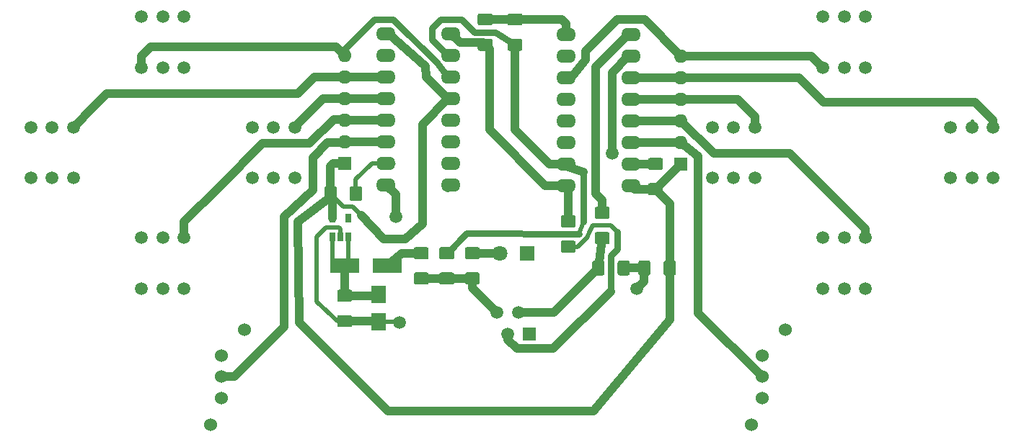
<source format=gbr>
G04 #@! TF.GenerationSoftware,KiCad,Pcbnew,5.1.5-52549c5~84~ubuntu19.10.1*
G04 #@! TF.CreationDate,2020-01-22T18:32:37-06:00*
G04 #@! TF.ProjectId,JudgeBoard,4a756467-6542-46f6-9172-642e6b696361,rev?*
G04 #@! TF.SameCoordinates,PXc9538d0PY6d58ad0*
G04 #@! TF.FileFunction,Copper,L1,Top*
G04 #@! TF.FilePolarity,Positive*
%FSLAX46Y46*%
G04 Gerber Fmt 4.6, Leading zero omitted, Abs format (unit mm)*
G04 Created by KiCad (PCBNEW 5.1.5-52549c5~84~ubuntu19.10.1) date 2020-01-22 18:32:37*
%MOMM*%
%LPD*%
G04 APERTURE LIST*
%ADD10R,1.520000X1.520000*%
%ADD11C,1.520000*%
%ADD12C,0.100000*%
%ADD13R,1.800000X2.000000*%
%ADD14C,1.524000*%
%ADD15R,1.800000X1.800000*%
%ADD16C,1.800000*%
%ADD17R,0.650000X1.060000*%
%ADD18O,1.600000X1.600000*%
%ADD19R,1.600000X1.600000*%
%ADD20O,2.300000X1.600000*%
%ADD21C,1.500000*%
%ADD22R,3.500000X1.800000*%
%ADD23C,0.250000*%
%ADD24C,0.500000*%
%ADD25C,1.000000*%
%ADD26C,0.750000*%
%ADD27C,0.400000*%
G04 APERTURE END LIST*
D10*
X-57270000Y13460000D03*
D11*
X-58570000Y16000000D03*
X-59840000Y13460000D03*
X-61080000Y16000000D03*
G04 #@! TA.AperFunction,SMDPad,CuDef*
D12*
G36*
X-48100496Y25473796D02*
G01*
X-48076227Y25470196D01*
X-48052429Y25464235D01*
X-48029329Y25455970D01*
X-48007151Y25445480D01*
X-47986107Y25432867D01*
X-47966402Y25418253D01*
X-47948223Y25401777D01*
X-47931747Y25383598D01*
X-47917133Y25363893D01*
X-47904520Y25342849D01*
X-47894030Y25320671D01*
X-47885765Y25297571D01*
X-47879804Y25273773D01*
X-47876204Y25249504D01*
X-47875000Y25225000D01*
X-47875000Y24300000D01*
X-47876204Y24275496D01*
X-47879804Y24251227D01*
X-47885765Y24227429D01*
X-47894030Y24204329D01*
X-47904520Y24182151D01*
X-47917133Y24161107D01*
X-47931747Y24141402D01*
X-47948223Y24123223D01*
X-47966402Y24106747D01*
X-47986107Y24092133D01*
X-48007151Y24079520D01*
X-48029329Y24069030D01*
X-48052429Y24060765D01*
X-48076227Y24054804D01*
X-48100496Y24051204D01*
X-48125000Y24050000D01*
X-49375000Y24050000D01*
X-49399504Y24051204D01*
X-49423773Y24054804D01*
X-49447571Y24060765D01*
X-49470671Y24069030D01*
X-49492849Y24079520D01*
X-49513893Y24092133D01*
X-49533598Y24106747D01*
X-49551777Y24123223D01*
X-49568253Y24141402D01*
X-49582867Y24161107D01*
X-49595480Y24182151D01*
X-49605970Y24204329D01*
X-49614235Y24227429D01*
X-49620196Y24251227D01*
X-49623796Y24275496D01*
X-49625000Y24300000D01*
X-49625000Y25225000D01*
X-49623796Y25249504D01*
X-49620196Y25273773D01*
X-49614235Y25297571D01*
X-49605970Y25320671D01*
X-49595480Y25342849D01*
X-49582867Y25363893D01*
X-49568253Y25383598D01*
X-49551777Y25401777D01*
X-49533598Y25418253D01*
X-49513893Y25432867D01*
X-49492849Y25445480D01*
X-49470671Y25455970D01*
X-49447571Y25464235D01*
X-49423773Y25470196D01*
X-49399504Y25473796D01*
X-49375000Y25475000D01*
X-48125000Y25475000D01*
X-48100496Y25473796D01*
G37*
G04 #@! TD.AperFunction*
G04 #@! TA.AperFunction,SMDPad,CuDef*
G36*
X-48100496Y28448796D02*
G01*
X-48076227Y28445196D01*
X-48052429Y28439235D01*
X-48029329Y28430970D01*
X-48007151Y28420480D01*
X-47986107Y28407867D01*
X-47966402Y28393253D01*
X-47948223Y28376777D01*
X-47931747Y28358598D01*
X-47917133Y28338893D01*
X-47904520Y28317849D01*
X-47894030Y28295671D01*
X-47885765Y28272571D01*
X-47879804Y28248773D01*
X-47876204Y28224504D01*
X-47875000Y28200000D01*
X-47875000Y27275000D01*
X-47876204Y27250496D01*
X-47879804Y27226227D01*
X-47885765Y27202429D01*
X-47894030Y27179329D01*
X-47904520Y27157151D01*
X-47917133Y27136107D01*
X-47931747Y27116402D01*
X-47948223Y27098223D01*
X-47966402Y27081747D01*
X-47986107Y27067133D01*
X-48007151Y27054520D01*
X-48029329Y27044030D01*
X-48052429Y27035765D01*
X-48076227Y27029804D01*
X-48100496Y27026204D01*
X-48125000Y27025000D01*
X-49375000Y27025000D01*
X-49399504Y27026204D01*
X-49423773Y27029804D01*
X-49447571Y27035765D01*
X-49470671Y27044030D01*
X-49492849Y27054520D01*
X-49513893Y27067133D01*
X-49533598Y27081747D01*
X-49551777Y27098223D01*
X-49568253Y27116402D01*
X-49582867Y27136107D01*
X-49595480Y27157151D01*
X-49605970Y27179329D01*
X-49614235Y27202429D01*
X-49620196Y27226227D01*
X-49623796Y27250496D01*
X-49625000Y27275000D01*
X-49625000Y28200000D01*
X-49623796Y28224504D01*
X-49620196Y28248773D01*
X-49614235Y28272571D01*
X-49605970Y28295671D01*
X-49595480Y28317849D01*
X-49582867Y28338893D01*
X-49568253Y28358598D01*
X-49551777Y28376777D01*
X-49533598Y28393253D01*
X-49513893Y28407867D01*
X-49492849Y28420480D01*
X-49470671Y28430970D01*
X-49447571Y28439235D01*
X-49423773Y28445196D01*
X-49399504Y28448796D01*
X-49375000Y28450000D01*
X-48125000Y28450000D01*
X-48100496Y28448796D01*
G37*
G04 #@! TD.AperFunction*
D13*
X-75000000Y18100000D03*
X-75000000Y14900000D03*
D14*
X-90754000Y13986000D03*
X-93504000Y10986000D03*
X-93504000Y8486000D03*
X-93504000Y5986000D03*
X-94704000Y2786000D03*
G04 #@! TA.AperFunction,SMDPad,CuDef*
D12*
G36*
X-58350496Y51198796D02*
G01*
X-58326227Y51195196D01*
X-58302429Y51189235D01*
X-58279329Y51180970D01*
X-58257151Y51170480D01*
X-58236107Y51157867D01*
X-58216402Y51143253D01*
X-58198223Y51126777D01*
X-58181747Y51108598D01*
X-58167133Y51088893D01*
X-58154520Y51067849D01*
X-58144030Y51045671D01*
X-58135765Y51022571D01*
X-58129804Y50998773D01*
X-58126204Y50974504D01*
X-58125000Y50950000D01*
X-58125000Y50025000D01*
X-58126204Y50000496D01*
X-58129804Y49976227D01*
X-58135765Y49952429D01*
X-58144030Y49929329D01*
X-58154520Y49907151D01*
X-58167133Y49886107D01*
X-58181747Y49866402D01*
X-58198223Y49848223D01*
X-58216402Y49831747D01*
X-58236107Y49817133D01*
X-58257151Y49804520D01*
X-58279329Y49794030D01*
X-58302429Y49785765D01*
X-58326227Y49779804D01*
X-58350496Y49776204D01*
X-58375000Y49775000D01*
X-59625000Y49775000D01*
X-59649504Y49776204D01*
X-59673773Y49779804D01*
X-59697571Y49785765D01*
X-59720671Y49794030D01*
X-59742849Y49804520D01*
X-59763893Y49817133D01*
X-59783598Y49831747D01*
X-59801777Y49848223D01*
X-59818253Y49866402D01*
X-59832867Y49886107D01*
X-59845480Y49907151D01*
X-59855970Y49929329D01*
X-59864235Y49952429D01*
X-59870196Y49976227D01*
X-59873796Y50000496D01*
X-59875000Y50025000D01*
X-59875000Y50950000D01*
X-59873796Y50974504D01*
X-59870196Y50998773D01*
X-59864235Y51022571D01*
X-59855970Y51045671D01*
X-59845480Y51067849D01*
X-59832867Y51088893D01*
X-59818253Y51108598D01*
X-59801777Y51126777D01*
X-59783598Y51143253D01*
X-59763893Y51157867D01*
X-59742849Y51170480D01*
X-59720671Y51180970D01*
X-59697571Y51189235D01*
X-59673773Y51195196D01*
X-59649504Y51198796D01*
X-59625000Y51200000D01*
X-58375000Y51200000D01*
X-58350496Y51198796D01*
G37*
G04 #@! TD.AperFunction*
G04 #@! TA.AperFunction,SMDPad,CuDef*
G36*
X-58350496Y48223796D02*
G01*
X-58326227Y48220196D01*
X-58302429Y48214235D01*
X-58279329Y48205970D01*
X-58257151Y48195480D01*
X-58236107Y48182867D01*
X-58216402Y48168253D01*
X-58198223Y48151777D01*
X-58181747Y48133598D01*
X-58167133Y48113893D01*
X-58154520Y48092849D01*
X-58144030Y48070671D01*
X-58135765Y48047571D01*
X-58129804Y48023773D01*
X-58126204Y47999504D01*
X-58125000Y47975000D01*
X-58125000Y47050000D01*
X-58126204Y47025496D01*
X-58129804Y47001227D01*
X-58135765Y46977429D01*
X-58144030Y46954329D01*
X-58154520Y46932151D01*
X-58167133Y46911107D01*
X-58181747Y46891402D01*
X-58198223Y46873223D01*
X-58216402Y46856747D01*
X-58236107Y46842133D01*
X-58257151Y46829520D01*
X-58279329Y46819030D01*
X-58302429Y46810765D01*
X-58326227Y46804804D01*
X-58350496Y46801204D01*
X-58375000Y46800000D01*
X-59625000Y46800000D01*
X-59649504Y46801204D01*
X-59673773Y46804804D01*
X-59697571Y46810765D01*
X-59720671Y46819030D01*
X-59742849Y46829520D01*
X-59763893Y46842133D01*
X-59783598Y46856747D01*
X-59801777Y46873223D01*
X-59818253Y46891402D01*
X-59832867Y46911107D01*
X-59845480Y46932151D01*
X-59855970Y46954329D01*
X-59864235Y46977429D01*
X-59870196Y47001227D01*
X-59873796Y47025496D01*
X-59875000Y47050000D01*
X-59875000Y47975000D01*
X-59873796Y47999504D01*
X-59870196Y48023773D01*
X-59864235Y48047571D01*
X-59855970Y48070671D01*
X-59845480Y48092849D01*
X-59832867Y48113893D01*
X-59818253Y48133598D01*
X-59801777Y48151777D01*
X-59783598Y48168253D01*
X-59763893Y48182867D01*
X-59742849Y48195480D01*
X-59720671Y48205970D01*
X-59697571Y48214235D01*
X-59673773Y48220196D01*
X-59649504Y48223796D01*
X-59625000Y48225000D01*
X-58375000Y48225000D01*
X-58350496Y48223796D01*
G37*
G04 #@! TD.AperFunction*
G04 #@! TA.AperFunction,SMDPad,CuDef*
G36*
X-61850496Y48223796D02*
G01*
X-61826227Y48220196D01*
X-61802429Y48214235D01*
X-61779329Y48205970D01*
X-61757151Y48195480D01*
X-61736107Y48182867D01*
X-61716402Y48168253D01*
X-61698223Y48151777D01*
X-61681747Y48133598D01*
X-61667133Y48113893D01*
X-61654520Y48092849D01*
X-61644030Y48070671D01*
X-61635765Y48047571D01*
X-61629804Y48023773D01*
X-61626204Y47999504D01*
X-61625000Y47975000D01*
X-61625000Y47050000D01*
X-61626204Y47025496D01*
X-61629804Y47001227D01*
X-61635765Y46977429D01*
X-61644030Y46954329D01*
X-61654520Y46932151D01*
X-61667133Y46911107D01*
X-61681747Y46891402D01*
X-61698223Y46873223D01*
X-61716402Y46856747D01*
X-61736107Y46842133D01*
X-61757151Y46829520D01*
X-61779329Y46819030D01*
X-61802429Y46810765D01*
X-61826227Y46804804D01*
X-61850496Y46801204D01*
X-61875000Y46800000D01*
X-63125000Y46800000D01*
X-63149504Y46801204D01*
X-63173773Y46804804D01*
X-63197571Y46810765D01*
X-63220671Y46819030D01*
X-63242849Y46829520D01*
X-63263893Y46842133D01*
X-63283598Y46856747D01*
X-63301777Y46873223D01*
X-63318253Y46891402D01*
X-63332867Y46911107D01*
X-63345480Y46932151D01*
X-63355970Y46954329D01*
X-63364235Y46977429D01*
X-63370196Y47001227D01*
X-63373796Y47025496D01*
X-63375000Y47050000D01*
X-63375000Y47975000D01*
X-63373796Y47999504D01*
X-63370196Y48023773D01*
X-63364235Y48047571D01*
X-63355970Y48070671D01*
X-63345480Y48092849D01*
X-63332867Y48113893D01*
X-63318253Y48133598D01*
X-63301777Y48151777D01*
X-63283598Y48168253D01*
X-63263893Y48182867D01*
X-63242849Y48195480D01*
X-63220671Y48205970D01*
X-63197571Y48214235D01*
X-63173773Y48220196D01*
X-63149504Y48223796D01*
X-63125000Y48225000D01*
X-61875000Y48225000D01*
X-61850496Y48223796D01*
G37*
G04 #@! TD.AperFunction*
G04 #@! TA.AperFunction,SMDPad,CuDef*
G36*
X-61850496Y51198796D02*
G01*
X-61826227Y51195196D01*
X-61802429Y51189235D01*
X-61779329Y51180970D01*
X-61757151Y51170480D01*
X-61736107Y51157867D01*
X-61716402Y51143253D01*
X-61698223Y51126777D01*
X-61681747Y51108598D01*
X-61667133Y51088893D01*
X-61654520Y51067849D01*
X-61644030Y51045671D01*
X-61635765Y51022571D01*
X-61629804Y50998773D01*
X-61626204Y50974504D01*
X-61625000Y50950000D01*
X-61625000Y50025000D01*
X-61626204Y50000496D01*
X-61629804Y49976227D01*
X-61635765Y49952429D01*
X-61644030Y49929329D01*
X-61654520Y49907151D01*
X-61667133Y49886107D01*
X-61681747Y49866402D01*
X-61698223Y49848223D01*
X-61716402Y49831747D01*
X-61736107Y49817133D01*
X-61757151Y49804520D01*
X-61779329Y49794030D01*
X-61802429Y49785765D01*
X-61826227Y49779804D01*
X-61850496Y49776204D01*
X-61875000Y49775000D01*
X-63125000Y49775000D01*
X-63149504Y49776204D01*
X-63173773Y49779804D01*
X-63197571Y49785765D01*
X-63220671Y49794030D01*
X-63242849Y49804520D01*
X-63263893Y49817133D01*
X-63283598Y49831747D01*
X-63301777Y49848223D01*
X-63318253Y49866402D01*
X-63332867Y49886107D01*
X-63345480Y49907151D01*
X-63355970Y49929329D01*
X-63364235Y49952429D01*
X-63370196Y49976227D01*
X-63373796Y50000496D01*
X-63375000Y50025000D01*
X-63375000Y50950000D01*
X-63373796Y50974504D01*
X-63370196Y50998773D01*
X-63364235Y51022571D01*
X-63355970Y51045671D01*
X-63345480Y51067849D01*
X-63332867Y51088893D01*
X-63318253Y51108598D01*
X-63301777Y51126777D01*
X-63283598Y51143253D01*
X-63263893Y51157867D01*
X-63242849Y51170480D01*
X-63220671Y51180970D01*
X-63197571Y51189235D01*
X-63173773Y51195196D01*
X-63149504Y51198796D01*
X-63125000Y51200000D01*
X-61875000Y51200000D01*
X-61850496Y51198796D01*
G37*
G04 #@! TD.AperFunction*
D15*
X-57550000Y23000000D03*
D16*
X-60790000Y23000000D03*
G04 #@! TA.AperFunction,SMDPad,CuDef*
D12*
G36*
X-45741796Y22123796D02*
G01*
X-45717527Y22120196D01*
X-45693729Y22114235D01*
X-45670629Y22105970D01*
X-45648451Y22095480D01*
X-45627407Y22082867D01*
X-45607702Y22068253D01*
X-45589523Y22051777D01*
X-45573047Y22033598D01*
X-45558433Y22013893D01*
X-45545820Y21992849D01*
X-45535330Y21970671D01*
X-45527065Y21947571D01*
X-45521104Y21923773D01*
X-45517504Y21899504D01*
X-45516300Y21875000D01*
X-45516300Y20625000D01*
X-45517504Y20600496D01*
X-45521104Y20576227D01*
X-45527065Y20552429D01*
X-45535330Y20529329D01*
X-45545820Y20507151D01*
X-45558433Y20486107D01*
X-45573047Y20466402D01*
X-45589523Y20448223D01*
X-45607702Y20431747D01*
X-45627407Y20417133D01*
X-45648451Y20404520D01*
X-45670629Y20394030D01*
X-45693729Y20385765D01*
X-45717527Y20379804D01*
X-45741796Y20376204D01*
X-45766300Y20375000D01*
X-46691300Y20375000D01*
X-46715804Y20376204D01*
X-46740073Y20379804D01*
X-46763871Y20385765D01*
X-46786971Y20394030D01*
X-46809149Y20404520D01*
X-46830193Y20417133D01*
X-46849898Y20431747D01*
X-46868077Y20448223D01*
X-46884553Y20466402D01*
X-46899167Y20486107D01*
X-46911780Y20507151D01*
X-46922270Y20529329D01*
X-46930535Y20552429D01*
X-46936496Y20576227D01*
X-46940096Y20600496D01*
X-46941300Y20625000D01*
X-46941300Y21875000D01*
X-46940096Y21899504D01*
X-46936496Y21923773D01*
X-46930535Y21947571D01*
X-46922270Y21970671D01*
X-46911780Y21992849D01*
X-46899167Y22013893D01*
X-46884553Y22033598D01*
X-46868077Y22051777D01*
X-46849898Y22068253D01*
X-46830193Y22082867D01*
X-46809149Y22095480D01*
X-46786971Y22105970D01*
X-46763871Y22114235D01*
X-46740073Y22120196D01*
X-46715804Y22123796D01*
X-46691300Y22125000D01*
X-45766300Y22125000D01*
X-45741796Y22123796D01*
G37*
G04 #@! TD.AperFunction*
G04 #@! TA.AperFunction,SMDPad,CuDef*
G36*
X-48716796Y22123796D02*
G01*
X-48692527Y22120196D01*
X-48668729Y22114235D01*
X-48645629Y22105970D01*
X-48623451Y22095480D01*
X-48602407Y22082867D01*
X-48582702Y22068253D01*
X-48564523Y22051777D01*
X-48548047Y22033598D01*
X-48533433Y22013893D01*
X-48520820Y21992849D01*
X-48510330Y21970671D01*
X-48502065Y21947571D01*
X-48496104Y21923773D01*
X-48492504Y21899504D01*
X-48491300Y21875000D01*
X-48491300Y20625000D01*
X-48492504Y20600496D01*
X-48496104Y20576227D01*
X-48502065Y20552429D01*
X-48510330Y20529329D01*
X-48520820Y20507151D01*
X-48533433Y20486107D01*
X-48548047Y20466402D01*
X-48564523Y20448223D01*
X-48582702Y20431747D01*
X-48602407Y20417133D01*
X-48623451Y20404520D01*
X-48645629Y20394030D01*
X-48668729Y20385765D01*
X-48692527Y20379804D01*
X-48716796Y20376204D01*
X-48741300Y20375000D01*
X-49666300Y20375000D01*
X-49690804Y20376204D01*
X-49715073Y20379804D01*
X-49738871Y20385765D01*
X-49761971Y20394030D01*
X-49784149Y20404520D01*
X-49805193Y20417133D01*
X-49824898Y20431747D01*
X-49843077Y20448223D01*
X-49859553Y20466402D01*
X-49874167Y20486107D01*
X-49886780Y20507151D01*
X-49897270Y20529329D01*
X-49905535Y20552429D01*
X-49911496Y20576227D01*
X-49915096Y20600496D01*
X-49916300Y20625000D01*
X-49916300Y21875000D01*
X-49915096Y21899504D01*
X-49911496Y21923773D01*
X-49905535Y21947571D01*
X-49897270Y21970671D01*
X-49886780Y21992849D01*
X-49874167Y22013893D01*
X-49859553Y22033598D01*
X-49843077Y22051777D01*
X-49824898Y22068253D01*
X-49805193Y22082867D01*
X-49784149Y22095480D01*
X-49761971Y22105970D01*
X-49738871Y22114235D01*
X-49715073Y22120196D01*
X-49690804Y22123796D01*
X-49666300Y22125000D01*
X-48741300Y22125000D01*
X-48716796Y22123796D01*
G37*
G04 #@! TD.AperFunction*
G04 #@! TA.AperFunction,SMDPad,CuDef*
G36*
X-78350496Y18698796D02*
G01*
X-78326227Y18695196D01*
X-78302429Y18689235D01*
X-78279329Y18680970D01*
X-78257151Y18670480D01*
X-78236107Y18657867D01*
X-78216402Y18643253D01*
X-78198223Y18626777D01*
X-78181747Y18608598D01*
X-78167133Y18588893D01*
X-78154520Y18567849D01*
X-78144030Y18545671D01*
X-78135765Y18522571D01*
X-78129804Y18498773D01*
X-78126204Y18474504D01*
X-78125000Y18450000D01*
X-78125000Y17525000D01*
X-78126204Y17500496D01*
X-78129804Y17476227D01*
X-78135765Y17452429D01*
X-78144030Y17429329D01*
X-78154520Y17407151D01*
X-78167133Y17386107D01*
X-78181747Y17366402D01*
X-78198223Y17348223D01*
X-78216402Y17331747D01*
X-78236107Y17317133D01*
X-78257151Y17304520D01*
X-78279329Y17294030D01*
X-78302429Y17285765D01*
X-78326227Y17279804D01*
X-78350496Y17276204D01*
X-78375000Y17275000D01*
X-79625000Y17275000D01*
X-79649504Y17276204D01*
X-79673773Y17279804D01*
X-79697571Y17285765D01*
X-79720671Y17294030D01*
X-79742849Y17304520D01*
X-79763893Y17317133D01*
X-79783598Y17331747D01*
X-79801777Y17348223D01*
X-79818253Y17366402D01*
X-79832867Y17386107D01*
X-79845480Y17407151D01*
X-79855970Y17429329D01*
X-79864235Y17452429D01*
X-79870196Y17476227D01*
X-79873796Y17500496D01*
X-79875000Y17525000D01*
X-79875000Y18450000D01*
X-79873796Y18474504D01*
X-79870196Y18498773D01*
X-79864235Y18522571D01*
X-79855970Y18545671D01*
X-79845480Y18567849D01*
X-79832867Y18588893D01*
X-79818253Y18608598D01*
X-79801777Y18626777D01*
X-79783598Y18643253D01*
X-79763893Y18657867D01*
X-79742849Y18670480D01*
X-79720671Y18680970D01*
X-79697571Y18689235D01*
X-79673773Y18695196D01*
X-79649504Y18698796D01*
X-79625000Y18700000D01*
X-78375000Y18700000D01*
X-78350496Y18698796D01*
G37*
G04 #@! TD.AperFunction*
G04 #@! TA.AperFunction,SMDPad,CuDef*
G36*
X-78350496Y15723796D02*
G01*
X-78326227Y15720196D01*
X-78302429Y15714235D01*
X-78279329Y15705970D01*
X-78257151Y15695480D01*
X-78236107Y15682867D01*
X-78216402Y15668253D01*
X-78198223Y15651777D01*
X-78181747Y15633598D01*
X-78167133Y15613893D01*
X-78154520Y15592849D01*
X-78144030Y15570671D01*
X-78135765Y15547571D01*
X-78129804Y15523773D01*
X-78126204Y15499504D01*
X-78125000Y15475000D01*
X-78125000Y14550000D01*
X-78126204Y14525496D01*
X-78129804Y14501227D01*
X-78135765Y14477429D01*
X-78144030Y14454329D01*
X-78154520Y14432151D01*
X-78167133Y14411107D01*
X-78181747Y14391402D01*
X-78198223Y14373223D01*
X-78216402Y14356747D01*
X-78236107Y14342133D01*
X-78257151Y14329520D01*
X-78279329Y14319030D01*
X-78302429Y14310765D01*
X-78326227Y14304804D01*
X-78350496Y14301204D01*
X-78375000Y14300000D01*
X-79625000Y14300000D01*
X-79649504Y14301204D01*
X-79673773Y14304804D01*
X-79697571Y14310765D01*
X-79720671Y14319030D01*
X-79742849Y14329520D01*
X-79763893Y14342133D01*
X-79783598Y14356747D01*
X-79801777Y14373223D01*
X-79818253Y14391402D01*
X-79832867Y14411107D01*
X-79845480Y14432151D01*
X-79855970Y14454329D01*
X-79864235Y14477429D01*
X-79870196Y14501227D01*
X-79873796Y14525496D01*
X-79875000Y14550000D01*
X-79875000Y15475000D01*
X-79873796Y15499504D01*
X-79870196Y15523773D01*
X-79864235Y15547571D01*
X-79855970Y15570671D01*
X-79845480Y15592849D01*
X-79832867Y15613893D01*
X-79818253Y15633598D01*
X-79801777Y15651777D01*
X-79783598Y15668253D01*
X-79763893Y15682867D01*
X-79742849Y15695480D01*
X-79720671Y15705970D01*
X-79697571Y15714235D01*
X-79673773Y15720196D01*
X-79649504Y15723796D01*
X-79625000Y15725000D01*
X-78375000Y15725000D01*
X-78350496Y15723796D01*
G37*
G04 #@! TD.AperFunction*
G04 #@! TA.AperFunction,SMDPad,CuDef*
G36*
X-41850496Y31223796D02*
G01*
X-41826227Y31220196D01*
X-41802429Y31214235D01*
X-41779329Y31205970D01*
X-41757151Y31195480D01*
X-41736107Y31182867D01*
X-41716402Y31168253D01*
X-41698223Y31151777D01*
X-41681747Y31133598D01*
X-41667133Y31113893D01*
X-41654520Y31092849D01*
X-41644030Y31070671D01*
X-41635765Y31047571D01*
X-41629804Y31023773D01*
X-41626204Y30999504D01*
X-41625000Y30975000D01*
X-41625000Y30050000D01*
X-41626204Y30025496D01*
X-41629804Y30001227D01*
X-41635765Y29977429D01*
X-41644030Y29954329D01*
X-41654520Y29932151D01*
X-41667133Y29911107D01*
X-41681747Y29891402D01*
X-41698223Y29873223D01*
X-41716402Y29856747D01*
X-41736107Y29842133D01*
X-41757151Y29829520D01*
X-41779329Y29819030D01*
X-41802429Y29810765D01*
X-41826227Y29804804D01*
X-41850496Y29801204D01*
X-41875000Y29800000D01*
X-43125000Y29800000D01*
X-43149504Y29801204D01*
X-43173773Y29804804D01*
X-43197571Y29810765D01*
X-43220671Y29819030D01*
X-43242849Y29829520D01*
X-43263893Y29842133D01*
X-43283598Y29856747D01*
X-43301777Y29873223D01*
X-43318253Y29891402D01*
X-43332867Y29911107D01*
X-43345480Y29932151D01*
X-43355970Y29954329D01*
X-43364235Y29977429D01*
X-43370196Y30001227D01*
X-43373796Y30025496D01*
X-43375000Y30050000D01*
X-43375000Y30975000D01*
X-43373796Y30999504D01*
X-43370196Y31023773D01*
X-43364235Y31047571D01*
X-43355970Y31070671D01*
X-43345480Y31092849D01*
X-43332867Y31113893D01*
X-43318253Y31133598D01*
X-43301777Y31151777D01*
X-43283598Y31168253D01*
X-43263893Y31182867D01*
X-43242849Y31195480D01*
X-43220671Y31205970D01*
X-43197571Y31214235D01*
X-43173773Y31220196D01*
X-43149504Y31223796D01*
X-43125000Y31225000D01*
X-41875000Y31225000D01*
X-41850496Y31223796D01*
G37*
G04 #@! TD.AperFunction*
G04 #@! TA.AperFunction,SMDPad,CuDef*
G36*
X-41850496Y34198796D02*
G01*
X-41826227Y34195196D01*
X-41802429Y34189235D01*
X-41779329Y34180970D01*
X-41757151Y34170480D01*
X-41736107Y34157867D01*
X-41716402Y34143253D01*
X-41698223Y34126777D01*
X-41681747Y34108598D01*
X-41667133Y34088893D01*
X-41654520Y34067849D01*
X-41644030Y34045671D01*
X-41635765Y34022571D01*
X-41629804Y33998773D01*
X-41626204Y33974504D01*
X-41625000Y33950000D01*
X-41625000Y33025000D01*
X-41626204Y33000496D01*
X-41629804Y32976227D01*
X-41635765Y32952429D01*
X-41644030Y32929329D01*
X-41654520Y32907151D01*
X-41667133Y32886107D01*
X-41681747Y32866402D01*
X-41698223Y32848223D01*
X-41716402Y32831747D01*
X-41736107Y32817133D01*
X-41757151Y32804520D01*
X-41779329Y32794030D01*
X-41802429Y32785765D01*
X-41826227Y32779804D01*
X-41850496Y32776204D01*
X-41875000Y32775000D01*
X-43125000Y32775000D01*
X-43149504Y32776204D01*
X-43173773Y32779804D01*
X-43197571Y32785765D01*
X-43220671Y32794030D01*
X-43242849Y32804520D01*
X-43263893Y32817133D01*
X-43283598Y32831747D01*
X-43301777Y32848223D01*
X-43318253Y32866402D01*
X-43332867Y32886107D01*
X-43345480Y32907151D01*
X-43355970Y32929329D01*
X-43364235Y32952429D01*
X-43370196Y32976227D01*
X-43373796Y33000496D01*
X-43375000Y33025000D01*
X-43375000Y33950000D01*
X-43373796Y33974504D01*
X-43370196Y33998773D01*
X-43364235Y34022571D01*
X-43355970Y34045671D01*
X-43345480Y34067849D01*
X-43332867Y34088893D01*
X-43318253Y34108598D01*
X-43301777Y34126777D01*
X-43283598Y34143253D01*
X-43263893Y34157867D01*
X-43242849Y34170480D01*
X-43220671Y34180970D01*
X-43197571Y34189235D01*
X-43173773Y34195196D01*
X-43149504Y34198796D01*
X-43125000Y34200000D01*
X-41875000Y34200000D01*
X-41850496Y34198796D01*
G37*
G04 #@! TD.AperFunction*
G04 #@! TA.AperFunction,SMDPad,CuDef*
G36*
X-77189296Y30873796D02*
G01*
X-77165027Y30870196D01*
X-77141229Y30864235D01*
X-77118129Y30855970D01*
X-77095951Y30845480D01*
X-77074907Y30832867D01*
X-77055202Y30818253D01*
X-77037023Y30801777D01*
X-77020547Y30783598D01*
X-77005933Y30763893D01*
X-76993320Y30742849D01*
X-76982830Y30720671D01*
X-76974565Y30697571D01*
X-76968604Y30673773D01*
X-76965004Y30649504D01*
X-76963800Y30625000D01*
X-76963800Y29375000D01*
X-76965004Y29350496D01*
X-76968604Y29326227D01*
X-76974565Y29302429D01*
X-76982830Y29279329D01*
X-76993320Y29257151D01*
X-77005933Y29236107D01*
X-77020547Y29216402D01*
X-77037023Y29198223D01*
X-77055202Y29181747D01*
X-77074907Y29167133D01*
X-77095951Y29154520D01*
X-77118129Y29144030D01*
X-77141229Y29135765D01*
X-77165027Y29129804D01*
X-77189296Y29126204D01*
X-77213800Y29125000D01*
X-78138800Y29125000D01*
X-78163304Y29126204D01*
X-78187573Y29129804D01*
X-78211371Y29135765D01*
X-78234471Y29144030D01*
X-78256649Y29154520D01*
X-78277693Y29167133D01*
X-78297398Y29181747D01*
X-78315577Y29198223D01*
X-78332053Y29216402D01*
X-78346667Y29236107D01*
X-78359280Y29257151D01*
X-78369770Y29279329D01*
X-78378035Y29302429D01*
X-78383996Y29326227D01*
X-78387596Y29350496D01*
X-78388800Y29375000D01*
X-78388800Y30625000D01*
X-78387596Y30649504D01*
X-78383996Y30673773D01*
X-78378035Y30697571D01*
X-78369770Y30720671D01*
X-78359280Y30742849D01*
X-78346667Y30763893D01*
X-78332053Y30783598D01*
X-78315577Y30801777D01*
X-78297398Y30818253D01*
X-78277693Y30832867D01*
X-78256649Y30845480D01*
X-78234471Y30855970D01*
X-78211371Y30864235D01*
X-78187573Y30870196D01*
X-78163304Y30873796D01*
X-78138800Y30875000D01*
X-77213800Y30875000D01*
X-77189296Y30873796D01*
G37*
G04 #@! TD.AperFunction*
G04 #@! TA.AperFunction,SMDPad,CuDef*
G36*
X-80164296Y30873796D02*
G01*
X-80140027Y30870196D01*
X-80116229Y30864235D01*
X-80093129Y30855970D01*
X-80070951Y30845480D01*
X-80049907Y30832867D01*
X-80030202Y30818253D01*
X-80012023Y30801777D01*
X-79995547Y30783598D01*
X-79980933Y30763893D01*
X-79968320Y30742849D01*
X-79957830Y30720671D01*
X-79949565Y30697571D01*
X-79943604Y30673773D01*
X-79940004Y30649504D01*
X-79938800Y30625000D01*
X-79938800Y29375000D01*
X-79940004Y29350496D01*
X-79943604Y29326227D01*
X-79949565Y29302429D01*
X-79957830Y29279329D01*
X-79968320Y29257151D01*
X-79980933Y29236107D01*
X-79995547Y29216402D01*
X-80012023Y29198223D01*
X-80030202Y29181747D01*
X-80049907Y29167133D01*
X-80070951Y29154520D01*
X-80093129Y29144030D01*
X-80116229Y29135765D01*
X-80140027Y29129804D01*
X-80164296Y29126204D01*
X-80188800Y29125000D01*
X-81113800Y29125000D01*
X-81138304Y29126204D01*
X-81162573Y29129804D01*
X-81186371Y29135765D01*
X-81209471Y29144030D01*
X-81231649Y29154520D01*
X-81252693Y29167133D01*
X-81272398Y29181747D01*
X-81290577Y29198223D01*
X-81307053Y29216402D01*
X-81321667Y29236107D01*
X-81334280Y29257151D01*
X-81344770Y29279329D01*
X-81353035Y29302429D01*
X-81358996Y29326227D01*
X-81362596Y29350496D01*
X-81363800Y29375000D01*
X-81363800Y30625000D01*
X-81362596Y30649504D01*
X-81358996Y30673773D01*
X-81353035Y30697571D01*
X-81344770Y30720671D01*
X-81334280Y30742849D01*
X-81321667Y30763893D01*
X-81307053Y30783598D01*
X-81290577Y30801777D01*
X-81272398Y30818253D01*
X-81252693Y30832867D01*
X-81231649Y30845480D01*
X-81209471Y30855970D01*
X-81186371Y30864235D01*
X-81162573Y30870196D01*
X-81138304Y30873796D01*
X-81113800Y30875000D01*
X-80188800Y30875000D01*
X-80164296Y30873796D01*
G37*
G04 #@! TD.AperFunction*
G04 #@! TA.AperFunction,SMDPad,CuDef*
G36*
X-40344296Y22123796D02*
G01*
X-40320027Y22120196D01*
X-40296229Y22114235D01*
X-40273129Y22105970D01*
X-40250951Y22095480D01*
X-40229907Y22082867D01*
X-40210202Y22068253D01*
X-40192023Y22051777D01*
X-40175547Y22033598D01*
X-40160933Y22013893D01*
X-40148320Y21992849D01*
X-40137830Y21970671D01*
X-40129565Y21947571D01*
X-40123604Y21923773D01*
X-40120004Y21899504D01*
X-40118800Y21875000D01*
X-40118800Y20625000D01*
X-40120004Y20600496D01*
X-40123604Y20576227D01*
X-40129565Y20552429D01*
X-40137830Y20529329D01*
X-40148320Y20507151D01*
X-40160933Y20486107D01*
X-40175547Y20466402D01*
X-40192023Y20448223D01*
X-40210202Y20431747D01*
X-40229907Y20417133D01*
X-40250951Y20404520D01*
X-40273129Y20394030D01*
X-40296229Y20385765D01*
X-40320027Y20379804D01*
X-40344296Y20376204D01*
X-40368800Y20375000D01*
X-41293800Y20375000D01*
X-41318304Y20376204D01*
X-41342573Y20379804D01*
X-41366371Y20385765D01*
X-41389471Y20394030D01*
X-41411649Y20404520D01*
X-41432693Y20417133D01*
X-41452398Y20431747D01*
X-41470577Y20448223D01*
X-41487053Y20466402D01*
X-41501667Y20486107D01*
X-41514280Y20507151D01*
X-41524770Y20529329D01*
X-41533035Y20552429D01*
X-41538996Y20576227D01*
X-41542596Y20600496D01*
X-41543800Y20625000D01*
X-41543800Y21875000D01*
X-41542596Y21899504D01*
X-41538996Y21923773D01*
X-41533035Y21947571D01*
X-41524770Y21970671D01*
X-41514280Y21992849D01*
X-41501667Y22013893D01*
X-41487053Y22033598D01*
X-41470577Y22051777D01*
X-41452398Y22068253D01*
X-41432693Y22082867D01*
X-41411649Y22095480D01*
X-41389471Y22105970D01*
X-41366371Y22114235D01*
X-41342573Y22120196D01*
X-41318304Y22123796D01*
X-41293800Y22125000D01*
X-40368800Y22125000D01*
X-40344296Y22123796D01*
G37*
G04 #@! TD.AperFunction*
G04 #@! TA.AperFunction,SMDPad,CuDef*
G36*
X-43319296Y22123796D02*
G01*
X-43295027Y22120196D01*
X-43271229Y22114235D01*
X-43248129Y22105970D01*
X-43225951Y22095480D01*
X-43204907Y22082867D01*
X-43185202Y22068253D01*
X-43167023Y22051777D01*
X-43150547Y22033598D01*
X-43135933Y22013893D01*
X-43123320Y21992849D01*
X-43112830Y21970671D01*
X-43104565Y21947571D01*
X-43098604Y21923773D01*
X-43095004Y21899504D01*
X-43093800Y21875000D01*
X-43093800Y20625000D01*
X-43095004Y20600496D01*
X-43098604Y20576227D01*
X-43104565Y20552429D01*
X-43112830Y20529329D01*
X-43123320Y20507151D01*
X-43135933Y20486107D01*
X-43150547Y20466402D01*
X-43167023Y20448223D01*
X-43185202Y20431747D01*
X-43204907Y20417133D01*
X-43225951Y20404520D01*
X-43248129Y20394030D01*
X-43271229Y20385765D01*
X-43295027Y20379804D01*
X-43319296Y20376204D01*
X-43343800Y20375000D01*
X-44268800Y20375000D01*
X-44293304Y20376204D01*
X-44317573Y20379804D01*
X-44341371Y20385765D01*
X-44364471Y20394030D01*
X-44386649Y20404520D01*
X-44407693Y20417133D01*
X-44427398Y20431747D01*
X-44445577Y20448223D01*
X-44462053Y20466402D01*
X-44476667Y20486107D01*
X-44489280Y20507151D01*
X-44499770Y20529329D01*
X-44508035Y20552429D01*
X-44513996Y20576227D01*
X-44517596Y20600496D01*
X-44518800Y20625000D01*
X-44518800Y21875000D01*
X-44517596Y21899504D01*
X-44513996Y21923773D01*
X-44508035Y21947571D01*
X-44499770Y21970671D01*
X-44489280Y21992849D01*
X-44476667Y22013893D01*
X-44462053Y22033598D01*
X-44445577Y22051777D01*
X-44427398Y22068253D01*
X-44407693Y22082867D01*
X-44386649Y22095480D01*
X-44364471Y22105970D01*
X-44341371Y22114235D01*
X-44317573Y22120196D01*
X-44293304Y22123796D01*
X-44268800Y22125000D01*
X-43343800Y22125000D01*
X-43319296Y22123796D01*
G37*
G04 #@! TD.AperFunction*
D17*
X-80450000Y24900000D03*
X-79500000Y24900000D03*
X-78550000Y24900000D03*
X-78550000Y27100000D03*
X-80450000Y27100000D03*
G04 #@! TA.AperFunction,SMDPad,CuDef*
D12*
G36*
X-66350496Y23698796D02*
G01*
X-66326227Y23695196D01*
X-66302429Y23689235D01*
X-66279329Y23680970D01*
X-66257151Y23670480D01*
X-66236107Y23657867D01*
X-66216402Y23643253D01*
X-66198223Y23626777D01*
X-66181747Y23608598D01*
X-66167133Y23588893D01*
X-66154520Y23567849D01*
X-66144030Y23545671D01*
X-66135765Y23522571D01*
X-66129804Y23498773D01*
X-66126204Y23474504D01*
X-66125000Y23450000D01*
X-66125000Y22525000D01*
X-66126204Y22500496D01*
X-66129804Y22476227D01*
X-66135765Y22452429D01*
X-66144030Y22429329D01*
X-66154520Y22407151D01*
X-66167133Y22386107D01*
X-66181747Y22366402D01*
X-66198223Y22348223D01*
X-66216402Y22331747D01*
X-66236107Y22317133D01*
X-66257151Y22304520D01*
X-66279329Y22294030D01*
X-66302429Y22285765D01*
X-66326227Y22279804D01*
X-66350496Y22276204D01*
X-66375000Y22275000D01*
X-67625000Y22275000D01*
X-67649504Y22276204D01*
X-67673773Y22279804D01*
X-67697571Y22285765D01*
X-67720671Y22294030D01*
X-67742849Y22304520D01*
X-67763893Y22317133D01*
X-67783598Y22331747D01*
X-67801777Y22348223D01*
X-67818253Y22366402D01*
X-67832867Y22386107D01*
X-67845480Y22407151D01*
X-67855970Y22429329D01*
X-67864235Y22452429D01*
X-67870196Y22476227D01*
X-67873796Y22500496D01*
X-67875000Y22525000D01*
X-67875000Y23450000D01*
X-67873796Y23474504D01*
X-67870196Y23498773D01*
X-67864235Y23522571D01*
X-67855970Y23545671D01*
X-67845480Y23567849D01*
X-67832867Y23588893D01*
X-67818253Y23608598D01*
X-67801777Y23626777D01*
X-67783598Y23643253D01*
X-67763893Y23657867D01*
X-67742849Y23670480D01*
X-67720671Y23680970D01*
X-67697571Y23689235D01*
X-67673773Y23695196D01*
X-67649504Y23698796D01*
X-67625000Y23700000D01*
X-66375000Y23700000D01*
X-66350496Y23698796D01*
G37*
G04 #@! TD.AperFunction*
G04 #@! TA.AperFunction,SMDPad,CuDef*
G36*
X-66350496Y20723796D02*
G01*
X-66326227Y20720196D01*
X-66302429Y20714235D01*
X-66279329Y20705970D01*
X-66257151Y20695480D01*
X-66236107Y20682867D01*
X-66216402Y20668253D01*
X-66198223Y20651777D01*
X-66181747Y20633598D01*
X-66167133Y20613893D01*
X-66154520Y20592849D01*
X-66144030Y20570671D01*
X-66135765Y20547571D01*
X-66129804Y20523773D01*
X-66126204Y20499504D01*
X-66125000Y20475000D01*
X-66125000Y19550000D01*
X-66126204Y19525496D01*
X-66129804Y19501227D01*
X-66135765Y19477429D01*
X-66144030Y19454329D01*
X-66154520Y19432151D01*
X-66167133Y19411107D01*
X-66181747Y19391402D01*
X-66198223Y19373223D01*
X-66216402Y19356747D01*
X-66236107Y19342133D01*
X-66257151Y19329520D01*
X-66279329Y19319030D01*
X-66302429Y19310765D01*
X-66326227Y19304804D01*
X-66350496Y19301204D01*
X-66375000Y19300000D01*
X-67625000Y19300000D01*
X-67649504Y19301204D01*
X-67673773Y19304804D01*
X-67697571Y19310765D01*
X-67720671Y19319030D01*
X-67742849Y19329520D01*
X-67763893Y19342133D01*
X-67783598Y19356747D01*
X-67801777Y19373223D01*
X-67818253Y19391402D01*
X-67832867Y19411107D01*
X-67845480Y19432151D01*
X-67855970Y19454329D01*
X-67864235Y19477429D01*
X-67870196Y19501227D01*
X-67873796Y19525496D01*
X-67875000Y19550000D01*
X-67875000Y20475000D01*
X-67873796Y20499504D01*
X-67870196Y20523773D01*
X-67864235Y20547571D01*
X-67855970Y20570671D01*
X-67845480Y20592849D01*
X-67832867Y20613893D01*
X-67818253Y20633598D01*
X-67801777Y20651777D01*
X-67783598Y20668253D01*
X-67763893Y20682867D01*
X-67742849Y20695480D01*
X-67720671Y20705970D01*
X-67697571Y20714235D01*
X-67673773Y20720196D01*
X-67649504Y20723796D01*
X-67625000Y20725000D01*
X-66375000Y20725000D01*
X-66350496Y20723796D01*
G37*
G04 #@! TD.AperFunction*
G04 #@! TA.AperFunction,SMDPad,CuDef*
G36*
X-69350496Y20723796D02*
G01*
X-69326227Y20720196D01*
X-69302429Y20714235D01*
X-69279329Y20705970D01*
X-69257151Y20695480D01*
X-69236107Y20682867D01*
X-69216402Y20668253D01*
X-69198223Y20651777D01*
X-69181747Y20633598D01*
X-69167133Y20613893D01*
X-69154520Y20592849D01*
X-69144030Y20570671D01*
X-69135765Y20547571D01*
X-69129804Y20523773D01*
X-69126204Y20499504D01*
X-69125000Y20475000D01*
X-69125000Y19550000D01*
X-69126204Y19525496D01*
X-69129804Y19501227D01*
X-69135765Y19477429D01*
X-69144030Y19454329D01*
X-69154520Y19432151D01*
X-69167133Y19411107D01*
X-69181747Y19391402D01*
X-69198223Y19373223D01*
X-69216402Y19356747D01*
X-69236107Y19342133D01*
X-69257151Y19329520D01*
X-69279329Y19319030D01*
X-69302429Y19310765D01*
X-69326227Y19304804D01*
X-69350496Y19301204D01*
X-69375000Y19300000D01*
X-70625000Y19300000D01*
X-70649504Y19301204D01*
X-70673773Y19304804D01*
X-70697571Y19310765D01*
X-70720671Y19319030D01*
X-70742849Y19329520D01*
X-70763893Y19342133D01*
X-70783598Y19356747D01*
X-70801777Y19373223D01*
X-70818253Y19391402D01*
X-70832867Y19411107D01*
X-70845480Y19432151D01*
X-70855970Y19454329D01*
X-70864235Y19477429D01*
X-70870196Y19501227D01*
X-70873796Y19525496D01*
X-70875000Y19550000D01*
X-70875000Y20475000D01*
X-70873796Y20499504D01*
X-70870196Y20523773D01*
X-70864235Y20547571D01*
X-70855970Y20570671D01*
X-70845480Y20592849D01*
X-70832867Y20613893D01*
X-70818253Y20633598D01*
X-70801777Y20651777D01*
X-70783598Y20668253D01*
X-70763893Y20682867D01*
X-70742849Y20695480D01*
X-70720671Y20705970D01*
X-70697571Y20714235D01*
X-70673773Y20720196D01*
X-70649504Y20723796D01*
X-70625000Y20725000D01*
X-69375000Y20725000D01*
X-69350496Y20723796D01*
G37*
G04 #@! TD.AperFunction*
G04 #@! TA.AperFunction,SMDPad,CuDef*
G36*
X-69350496Y23698796D02*
G01*
X-69326227Y23695196D01*
X-69302429Y23689235D01*
X-69279329Y23680970D01*
X-69257151Y23670480D01*
X-69236107Y23657867D01*
X-69216402Y23643253D01*
X-69198223Y23626777D01*
X-69181747Y23608598D01*
X-69167133Y23588893D01*
X-69154520Y23567849D01*
X-69144030Y23545671D01*
X-69135765Y23522571D01*
X-69129804Y23498773D01*
X-69126204Y23474504D01*
X-69125000Y23450000D01*
X-69125000Y22525000D01*
X-69126204Y22500496D01*
X-69129804Y22476227D01*
X-69135765Y22452429D01*
X-69144030Y22429329D01*
X-69154520Y22407151D01*
X-69167133Y22386107D01*
X-69181747Y22366402D01*
X-69198223Y22348223D01*
X-69216402Y22331747D01*
X-69236107Y22317133D01*
X-69257151Y22304520D01*
X-69279329Y22294030D01*
X-69302429Y22285765D01*
X-69326227Y22279804D01*
X-69350496Y22276204D01*
X-69375000Y22275000D01*
X-70625000Y22275000D01*
X-70649504Y22276204D01*
X-70673773Y22279804D01*
X-70697571Y22285765D01*
X-70720671Y22294030D01*
X-70742849Y22304520D01*
X-70763893Y22317133D01*
X-70783598Y22331747D01*
X-70801777Y22348223D01*
X-70818253Y22366402D01*
X-70832867Y22386107D01*
X-70845480Y22407151D01*
X-70855970Y22429329D01*
X-70864235Y22452429D01*
X-70870196Y22476227D01*
X-70873796Y22500496D01*
X-70875000Y22525000D01*
X-70875000Y23450000D01*
X-70873796Y23474504D01*
X-70870196Y23498773D01*
X-70864235Y23522571D01*
X-70855970Y23545671D01*
X-70845480Y23567849D01*
X-70832867Y23588893D01*
X-70818253Y23608598D01*
X-70801777Y23626777D01*
X-70783598Y23643253D01*
X-70763893Y23657867D01*
X-70742849Y23670480D01*
X-70720671Y23680970D01*
X-70697571Y23689235D01*
X-70673773Y23695196D01*
X-70649504Y23698796D01*
X-70625000Y23700000D01*
X-69375000Y23700000D01*
X-69350496Y23698796D01*
G37*
G04 #@! TD.AperFunction*
G04 #@! TA.AperFunction,SMDPad,CuDef*
G36*
X-52100496Y24473796D02*
G01*
X-52076227Y24470196D01*
X-52052429Y24464235D01*
X-52029329Y24455970D01*
X-52007151Y24445480D01*
X-51986107Y24432867D01*
X-51966402Y24418253D01*
X-51948223Y24401777D01*
X-51931747Y24383598D01*
X-51917133Y24363893D01*
X-51904520Y24342849D01*
X-51894030Y24320671D01*
X-51885765Y24297571D01*
X-51879804Y24273773D01*
X-51876204Y24249504D01*
X-51875000Y24225000D01*
X-51875000Y23300000D01*
X-51876204Y23275496D01*
X-51879804Y23251227D01*
X-51885765Y23227429D01*
X-51894030Y23204329D01*
X-51904520Y23182151D01*
X-51917133Y23161107D01*
X-51931747Y23141402D01*
X-51948223Y23123223D01*
X-51966402Y23106747D01*
X-51986107Y23092133D01*
X-52007151Y23079520D01*
X-52029329Y23069030D01*
X-52052429Y23060765D01*
X-52076227Y23054804D01*
X-52100496Y23051204D01*
X-52125000Y23050000D01*
X-53375000Y23050000D01*
X-53399504Y23051204D01*
X-53423773Y23054804D01*
X-53447571Y23060765D01*
X-53470671Y23069030D01*
X-53492849Y23079520D01*
X-53513893Y23092133D01*
X-53533598Y23106747D01*
X-53551777Y23123223D01*
X-53568253Y23141402D01*
X-53582867Y23161107D01*
X-53595480Y23182151D01*
X-53605970Y23204329D01*
X-53614235Y23227429D01*
X-53620196Y23251227D01*
X-53623796Y23275496D01*
X-53625000Y23300000D01*
X-53625000Y24225000D01*
X-53623796Y24249504D01*
X-53620196Y24273773D01*
X-53614235Y24297571D01*
X-53605970Y24320671D01*
X-53595480Y24342849D01*
X-53582867Y24363893D01*
X-53568253Y24383598D01*
X-53551777Y24401777D01*
X-53533598Y24418253D01*
X-53513893Y24432867D01*
X-53492849Y24445480D01*
X-53470671Y24455970D01*
X-53447571Y24464235D01*
X-53423773Y24470196D01*
X-53399504Y24473796D01*
X-53375000Y24475000D01*
X-52125000Y24475000D01*
X-52100496Y24473796D01*
G37*
G04 #@! TD.AperFunction*
G04 #@! TA.AperFunction,SMDPad,CuDef*
G36*
X-52100496Y27448796D02*
G01*
X-52076227Y27445196D01*
X-52052429Y27439235D01*
X-52029329Y27430970D01*
X-52007151Y27420480D01*
X-51986107Y27407867D01*
X-51966402Y27393253D01*
X-51948223Y27376777D01*
X-51931747Y27358598D01*
X-51917133Y27338893D01*
X-51904520Y27317849D01*
X-51894030Y27295671D01*
X-51885765Y27272571D01*
X-51879804Y27248773D01*
X-51876204Y27224504D01*
X-51875000Y27200000D01*
X-51875000Y26275000D01*
X-51876204Y26250496D01*
X-51879804Y26226227D01*
X-51885765Y26202429D01*
X-51894030Y26179329D01*
X-51904520Y26157151D01*
X-51917133Y26136107D01*
X-51931747Y26116402D01*
X-51948223Y26098223D01*
X-51966402Y26081747D01*
X-51986107Y26067133D01*
X-52007151Y26054520D01*
X-52029329Y26044030D01*
X-52052429Y26035765D01*
X-52076227Y26029804D01*
X-52100496Y26026204D01*
X-52125000Y26025000D01*
X-53375000Y26025000D01*
X-53399504Y26026204D01*
X-53423773Y26029804D01*
X-53447571Y26035765D01*
X-53470671Y26044030D01*
X-53492849Y26054520D01*
X-53513893Y26067133D01*
X-53533598Y26081747D01*
X-53551777Y26098223D01*
X-53568253Y26116402D01*
X-53582867Y26136107D01*
X-53595480Y26157151D01*
X-53605970Y26179329D01*
X-53614235Y26202429D01*
X-53620196Y26226227D01*
X-53623796Y26250496D01*
X-53625000Y26275000D01*
X-53625000Y27200000D01*
X-53623796Y27224504D01*
X-53620196Y27248773D01*
X-53614235Y27272571D01*
X-53605970Y27295671D01*
X-53595480Y27317849D01*
X-53582867Y27338893D01*
X-53568253Y27358598D01*
X-53551777Y27376777D01*
X-53533598Y27393253D01*
X-53513893Y27407867D01*
X-53492849Y27420480D01*
X-53470671Y27430970D01*
X-53447571Y27439235D01*
X-53423773Y27445196D01*
X-53399504Y27448796D01*
X-53375000Y27450000D01*
X-52125000Y27450000D01*
X-52100496Y27448796D01*
G37*
G04 #@! TD.AperFunction*
G04 #@! TA.AperFunction,SMDPad,CuDef*
G36*
X-63350496Y23698796D02*
G01*
X-63326227Y23695196D01*
X-63302429Y23689235D01*
X-63279329Y23680970D01*
X-63257151Y23670480D01*
X-63236107Y23657867D01*
X-63216402Y23643253D01*
X-63198223Y23626777D01*
X-63181747Y23608598D01*
X-63167133Y23588893D01*
X-63154520Y23567849D01*
X-63144030Y23545671D01*
X-63135765Y23522571D01*
X-63129804Y23498773D01*
X-63126204Y23474504D01*
X-63125000Y23450000D01*
X-63125000Y22525000D01*
X-63126204Y22500496D01*
X-63129804Y22476227D01*
X-63135765Y22452429D01*
X-63144030Y22429329D01*
X-63154520Y22407151D01*
X-63167133Y22386107D01*
X-63181747Y22366402D01*
X-63198223Y22348223D01*
X-63216402Y22331747D01*
X-63236107Y22317133D01*
X-63257151Y22304520D01*
X-63279329Y22294030D01*
X-63302429Y22285765D01*
X-63326227Y22279804D01*
X-63350496Y22276204D01*
X-63375000Y22275000D01*
X-64625000Y22275000D01*
X-64649504Y22276204D01*
X-64673773Y22279804D01*
X-64697571Y22285765D01*
X-64720671Y22294030D01*
X-64742849Y22304520D01*
X-64763893Y22317133D01*
X-64783598Y22331747D01*
X-64801777Y22348223D01*
X-64818253Y22366402D01*
X-64832867Y22386107D01*
X-64845480Y22407151D01*
X-64855970Y22429329D01*
X-64864235Y22452429D01*
X-64870196Y22476227D01*
X-64873796Y22500496D01*
X-64875000Y22525000D01*
X-64875000Y23450000D01*
X-64873796Y23474504D01*
X-64870196Y23498773D01*
X-64864235Y23522571D01*
X-64855970Y23545671D01*
X-64845480Y23567849D01*
X-64832867Y23588893D01*
X-64818253Y23608598D01*
X-64801777Y23626777D01*
X-64783598Y23643253D01*
X-64763893Y23657867D01*
X-64742849Y23670480D01*
X-64720671Y23680970D01*
X-64697571Y23689235D01*
X-64673773Y23695196D01*
X-64649504Y23698796D01*
X-64625000Y23700000D01*
X-63375000Y23700000D01*
X-63350496Y23698796D01*
G37*
G04 #@! TD.AperFunction*
G04 #@! TA.AperFunction,SMDPad,CuDef*
G36*
X-63350496Y20723796D02*
G01*
X-63326227Y20720196D01*
X-63302429Y20714235D01*
X-63279329Y20705970D01*
X-63257151Y20695480D01*
X-63236107Y20682867D01*
X-63216402Y20668253D01*
X-63198223Y20651777D01*
X-63181747Y20633598D01*
X-63167133Y20613893D01*
X-63154520Y20592849D01*
X-63144030Y20570671D01*
X-63135765Y20547571D01*
X-63129804Y20523773D01*
X-63126204Y20499504D01*
X-63125000Y20475000D01*
X-63125000Y19550000D01*
X-63126204Y19525496D01*
X-63129804Y19501227D01*
X-63135765Y19477429D01*
X-63144030Y19454329D01*
X-63154520Y19432151D01*
X-63167133Y19411107D01*
X-63181747Y19391402D01*
X-63198223Y19373223D01*
X-63216402Y19356747D01*
X-63236107Y19342133D01*
X-63257151Y19329520D01*
X-63279329Y19319030D01*
X-63302429Y19310765D01*
X-63326227Y19304804D01*
X-63350496Y19301204D01*
X-63375000Y19300000D01*
X-64625000Y19300000D01*
X-64649504Y19301204D01*
X-64673773Y19304804D01*
X-64697571Y19310765D01*
X-64720671Y19319030D01*
X-64742849Y19329520D01*
X-64763893Y19342133D01*
X-64783598Y19356747D01*
X-64801777Y19373223D01*
X-64818253Y19391402D01*
X-64832867Y19411107D01*
X-64845480Y19432151D01*
X-64855970Y19454329D01*
X-64864235Y19477429D01*
X-64870196Y19501227D01*
X-64873796Y19525496D01*
X-64875000Y19550000D01*
X-64875000Y20475000D01*
X-64873796Y20499504D01*
X-64870196Y20523773D01*
X-64864235Y20547571D01*
X-64855970Y20570671D01*
X-64845480Y20592849D01*
X-64832867Y20613893D01*
X-64818253Y20633598D01*
X-64801777Y20651777D01*
X-64783598Y20668253D01*
X-64763893Y20682867D01*
X-64742849Y20695480D01*
X-64720671Y20705970D01*
X-64697571Y20714235D01*
X-64673773Y20720196D01*
X-64649504Y20723796D01*
X-64625000Y20725000D01*
X-63375000Y20725000D01*
X-63350496Y20723796D01*
G37*
G04 #@! TD.AperFunction*
D18*
X-39500000Y46200000D03*
X-39500000Y43660000D03*
X-39500000Y41120000D03*
X-39500000Y38580000D03*
X-39500000Y36040000D03*
D19*
X-39500000Y33500000D03*
X-79000000Y33576000D03*
D18*
X-79000000Y36116000D03*
X-79000000Y38656000D03*
X-79000000Y41196000D03*
X-79000000Y43736000D03*
X-79000000Y46276000D03*
D20*
X-66540000Y48816000D03*
X-66540000Y46276000D03*
X-66540000Y43736000D03*
X-66540000Y41196000D03*
X-66540000Y38656000D03*
X-66540000Y36116000D03*
X-66540000Y33576000D03*
X-66540000Y31036000D03*
X-74160000Y31036000D03*
X-74160000Y33576000D03*
X-74160000Y36116000D03*
X-74160000Y38656000D03*
X-74160000Y41196000D03*
X-74160000Y43736000D03*
X-74160000Y46276000D03*
X-74160000Y48816000D03*
X-53000000Y30916000D03*
X-53000000Y33456000D03*
X-53000000Y35996000D03*
X-53000000Y38536000D03*
X-53000000Y41076000D03*
X-53000000Y43616000D03*
X-53000000Y46156000D03*
X-53000000Y48696000D03*
X-45380000Y48696000D03*
X-45380000Y46156000D03*
X-45380000Y43616000D03*
X-45380000Y41076000D03*
X-45380000Y38536000D03*
X-45380000Y35996000D03*
X-45380000Y33456000D03*
X-45380000Y30916000D03*
D21*
X-97844000Y44826000D03*
X-100344000Y44826000D03*
X-102844000Y44826000D03*
X-102844000Y50826000D03*
X-100344000Y50826000D03*
X-97844000Y50826000D03*
X-102844000Y24826000D03*
X-100344000Y24826000D03*
X-97844000Y24826000D03*
X-97844000Y18826000D03*
X-100344000Y18826000D03*
X-102844000Y18826000D03*
X-89844000Y37826000D03*
X-87344000Y37826000D03*
X-84844000Y37826000D03*
X-84844000Y31826000D03*
X-87344000Y31826000D03*
X-89844000Y31826000D03*
X-7844000Y37826000D03*
X-5344000Y37826000D03*
X-2844000Y37826000D03*
X-2844000Y31826000D03*
X-5344000Y31826000D03*
X-7844000Y31826000D03*
X-115844000Y37826000D03*
X-113344000Y37826000D03*
X-110844000Y37826000D03*
X-110844000Y31826000D03*
X-113344000Y31826000D03*
X-115844000Y31826000D03*
X-17844000Y44826000D03*
X-20344000Y44826000D03*
X-22844000Y44826000D03*
X-22844000Y50826000D03*
X-20344000Y50826000D03*
X-17844000Y50826000D03*
X-22844000Y24826000D03*
X-20344000Y24826000D03*
X-17844000Y24826000D03*
X-17844000Y18826000D03*
X-20344000Y18826000D03*
X-22844000Y18826000D03*
X-35844000Y37826000D03*
X-33344000Y37826000D03*
X-30844000Y37826000D03*
X-30844000Y31826000D03*
X-33344000Y31826000D03*
X-35844000Y31826000D03*
D14*
X-27254000Y13986000D03*
X-30004000Y10986000D03*
X-30004000Y8486000D03*
X-30004000Y5986000D03*
X-31204000Y2786000D03*
D22*
X-79000000Y21500000D03*
X-74000000Y21500000D03*
D21*
X-44704000Y18796000D03*
X-72517000Y14859000D03*
X-73000000Y27310000D03*
X-47562255Y34733745D03*
D23*
X-66540000Y48816000D02*
X-66032000Y48816000D01*
D24*
X-66540000Y48816000D02*
X-66316000Y48816000D01*
X-52750000Y30666000D02*
X-53000000Y30916000D01*
D25*
X-52750000Y26737500D02*
X-52750000Y30666000D01*
D24*
X-62737500Y47750000D02*
X-62500000Y47512500D01*
X-62000000Y47012500D02*
X-62500000Y47512500D01*
D25*
X-62000000Y37500000D02*
X-62000000Y47012500D01*
X-53000000Y30916000D02*
X-55416000Y30916000D01*
X-55416000Y30916000D02*
X-62000000Y37500000D01*
X-65474000Y47750000D02*
X-62737500Y47750000D01*
X-66540000Y48816000D02*
X-65474000Y47750000D01*
D23*
X-66540000Y46276000D02*
X-66286000Y46276000D01*
X-66540000Y46276000D02*
X-66190000Y46276000D01*
D24*
X-66540000Y46276000D02*
X-66890000Y46276000D01*
D25*
X-54956000Y33456000D02*
X-53000000Y33456000D01*
X-59000000Y47512500D02*
X-59000000Y37500000D01*
X-59000000Y37500000D02*
X-54956000Y33456000D01*
D24*
X-53000000Y33456000D02*
X-53000000Y33189344D01*
D25*
X-53000000Y33189344D02*
X-50927000Y32512000D01*
D26*
X-51435000Y25273000D02*
X-64643644Y25343856D01*
X-68750000Y48136000D02*
X-68750000Y49500000D01*
X-67750000Y50500000D02*
X-65250000Y50500000D01*
X-66890000Y46276000D02*
X-68750000Y48136000D01*
X-68750000Y49500000D02*
X-67750000Y50500000D01*
X-61250000Y49000000D02*
X-59000000Y47512500D01*
X-63750000Y49000000D02*
X-61250000Y49000000D01*
X-65250000Y50500000D02*
X-63750000Y49000000D01*
X-50927000Y32512000D02*
X-50927000Y26670000D01*
D24*
X-50927000Y26670000D02*
X-51435000Y25273000D01*
D26*
X-64643644Y25343856D02*
X-67000000Y22987500D01*
D27*
X-20344000Y24826000D02*
X-20344000Y24526000D01*
X-5344000Y38556000D02*
X-5344000Y37826000D01*
X-100344000Y24826000D02*
X-100344000Y25056000D01*
D23*
X-74160000Y46276000D02*
X-73398000Y46276000D01*
X-20344000Y24826000D02*
X-20344000Y24607000D01*
X-33344000Y37826000D02*
X-33344000Y38166000D01*
X-87344000Y37826000D02*
X-87344000Y37633000D01*
D27*
X-100344000Y50826000D02*
X-100344000Y51056000D01*
D25*
X-66910000Y30666000D02*
X-66540000Y31036000D01*
D23*
X-73144000Y33576000D02*
X-74160000Y33576000D01*
D27*
X-74510000Y33576000D02*
X-74160000Y33576000D01*
X-66890000Y36116000D02*
X-66540000Y36116000D01*
X-66540000Y31036000D02*
X-66890000Y31036000D01*
D24*
X-74160000Y46276000D02*
X-73810000Y46276000D01*
X-66190000Y31036000D02*
X-66540000Y31036000D01*
X-66540000Y36116000D02*
X-66190000Y36116000D01*
X-74384000Y46500000D02*
X-74160000Y46276000D01*
X-42531500Y33456000D02*
X-42500000Y33487500D01*
D25*
X-45380000Y33456000D02*
X-42531500Y33456000D01*
X-46228800Y21250000D02*
X-43806300Y21250000D01*
D24*
X-43806300Y20375000D02*
X-43815000Y20366300D01*
X-43806300Y21250000D02*
X-43806300Y20375000D01*
D25*
X-43815000Y20366300D02*
X-43815000Y19685000D01*
X-43815000Y19685000D02*
X-44704000Y18796000D01*
D24*
X-75112500Y15012500D02*
X-75000000Y14900000D01*
D25*
X-79000000Y15012500D02*
X-75112500Y15012500D01*
D24*
X-75000000Y14900000D02*
X-72558000Y14900000D01*
X-72558000Y14900000D02*
X-72517000Y14859000D01*
X-77676300Y30875000D02*
X-77676300Y30000000D01*
X-77676300Y31709700D02*
X-77676300Y30875000D01*
X-75810000Y33576000D02*
X-77676300Y31709700D01*
X-74160000Y33576000D02*
X-75810000Y33576000D01*
X-58125000Y50487500D02*
X-59000000Y50487500D01*
D25*
X-53491500Y50487500D02*
X-58125000Y50487500D01*
X-53000000Y49996000D02*
X-53491500Y50487500D01*
X-53000000Y48696000D02*
X-53000000Y49996000D01*
X-62500000Y50487500D02*
X-59000000Y50487500D01*
D24*
X-79875000Y15012500D02*
X-79000000Y15012500D01*
X-79500000Y25813002D02*
X-79676999Y25990001D01*
X-82296000Y17272000D02*
X-79875000Y15012500D01*
X-82296000Y24892000D02*
X-82296000Y17272000D01*
X-79500000Y24900000D02*
X-79500000Y25813002D01*
X-79676999Y25990001D02*
X-81223001Y25990001D01*
X-81223001Y25990001D02*
X-82296000Y24892000D01*
D27*
X-66190000Y41196000D02*
X-66540000Y41196000D01*
D24*
X-66890000Y41196000D02*
X-66540000Y41196000D01*
D25*
X-39512500Y33500000D02*
X-42500000Y30512500D01*
D24*
X-39500000Y33500000D02*
X-39512500Y33500000D01*
X-44976500Y30512500D02*
X-45380000Y30916000D01*
D25*
X-42500000Y30512500D02*
X-44976500Y30512500D01*
D24*
X-45730000Y30916000D02*
X-45380000Y30916000D01*
X-80450000Y29798700D02*
X-80651300Y30000000D01*
D25*
X-80450000Y27100000D02*
X-80450000Y29798700D01*
X-80300000Y33576000D02*
X-79000000Y33576000D01*
X-80651300Y33224700D02*
X-80300000Y33576000D01*
X-80651300Y30000000D02*
X-80651300Y33224700D01*
X-40831300Y28843800D02*
X-42500000Y30512500D01*
X-40831300Y21250000D02*
X-40831300Y28843800D01*
D24*
X-79151300Y28500000D02*
X-78086998Y28500000D01*
X-80651300Y30000000D02*
X-79151300Y28500000D01*
X-78086998Y28500000D02*
X-77000000Y27413002D01*
X-74160000Y48816000D02*
X-73810000Y48816000D01*
X-80651300Y30000000D02*
X-80651300Y29598700D01*
D25*
X-69425500Y43731500D02*
X-66890000Y41196000D01*
X-73810000Y48816000D02*
X-69469000Y44958000D01*
X-69469000Y44958000D02*
X-69425500Y43731500D01*
X-69850000Y38100000D02*
X-66890000Y41196000D01*
X-69850000Y26416000D02*
X-69850000Y38100000D01*
X-71882000Y24638000D02*
X-69850000Y26416000D01*
X-77000000Y27413002D02*
X-74422000Y24638000D01*
X-74422000Y24638000D02*
X-71882000Y24638000D01*
X-40831300Y15168700D02*
X-40831300Y21250000D01*
X-84328000Y14859000D02*
X-73914000Y4445000D01*
X-73914000Y4445000D02*
X-49784000Y4445000D01*
X-49784000Y4445000D02*
X-40831300Y15168700D01*
X-84455000Y26670000D02*
X-84328000Y14859000D01*
X-80651300Y29598700D02*
X-84455000Y26670000D01*
X-79000000Y36116000D02*
X-74160000Y36116000D01*
D24*
X-79116000Y36000000D02*
X-79000000Y36116000D01*
D25*
X-81000000Y36000000D02*
X-79116000Y36000000D01*
X-82750000Y34250000D02*
X-81000000Y36000000D01*
X-86138000Y14328000D02*
X-86106000Y27305000D01*
X-93504000Y8486000D02*
X-91980000Y8486000D01*
X-86106000Y27305000D02*
X-82750000Y30407000D01*
X-91980000Y8486000D02*
X-86138000Y14328000D01*
X-82750000Y30407000D02*
X-82750000Y34250000D01*
X-97844000Y26656000D02*
X-93662000Y30838000D01*
X-97844000Y24826000D02*
X-97844000Y26656000D01*
X-79000000Y38656000D02*
X-74160000Y38656000D01*
D24*
X-79094000Y38750000D02*
X-79000000Y38656000D01*
D25*
X-83098475Y35901525D02*
X-80250000Y38750000D01*
X-80250000Y38750000D02*
X-79094000Y38750000D01*
X-93662000Y30838000D02*
X-88598475Y35901525D01*
X-88598475Y35901525D02*
X-83098475Y35901525D01*
X-79000000Y41196000D02*
X-74160000Y41196000D01*
X-81554000Y41196000D02*
X-79000000Y41196000D01*
D24*
X-84844000Y37826000D02*
X-84844000Y37906000D01*
D25*
X-84844000Y37906000D02*
X-81554000Y41196000D01*
X-108434000Y40236000D02*
X-110844000Y37826000D01*
X-82514000Y43736000D02*
X-79000000Y43736000D01*
X-84500000Y41750000D02*
X-82514000Y43736000D01*
X-108434000Y40236000D02*
X-106920000Y41750000D01*
X-106920000Y41750000D02*
X-84500000Y41750000D01*
X-79000000Y43736000D02*
X-74160000Y43736000D01*
X-79974000Y47250000D02*
X-79000000Y46276000D01*
X-101750000Y47250000D02*
X-79974000Y47250000D01*
X-102844000Y44826000D02*
X-102844000Y46156000D01*
X-102844000Y46156000D02*
X-101750000Y47250000D01*
D26*
X-75499991Y50500009D02*
X-73304009Y50500009D01*
X-79000000Y47000000D02*
X-75499991Y50500009D01*
X-79000000Y46276000D02*
X-79000000Y47000000D01*
D24*
X-66890000Y43736000D02*
X-66540000Y43736000D01*
D26*
X-68190000Y45386000D02*
X-66890000Y43736000D01*
X-73304009Y50500009D02*
X-68190000Y45386000D01*
D25*
X-64000000Y22987500D02*
X-60790000Y23000000D01*
D24*
X-39544000Y35996000D02*
X-39500000Y36040000D01*
D25*
X-45380000Y35996000D02*
X-39544000Y35996000D01*
X-37500000Y15982000D02*
X-30004000Y8486000D01*
X-39500000Y36040000D02*
X-37465000Y34417000D01*
X-37465000Y34417000D02*
X-37500000Y15982000D01*
D24*
X-39544000Y38536000D02*
X-39500000Y38580000D01*
D25*
X-45380000Y38536000D02*
X-39544000Y38536000D01*
X-39500000Y38580000D02*
X-35670000Y34750000D01*
X-17844000Y25844000D02*
X-17844000Y24826000D01*
X-35670000Y34750000D02*
X-26750000Y34750000D01*
X-26750000Y34750000D02*
X-17844000Y25844000D01*
D24*
X-39544000Y41076000D02*
X-39500000Y41120000D01*
D25*
X-45380000Y41076000D02*
X-39544000Y41076000D01*
X-32870000Y41120000D02*
X-39500000Y41120000D01*
X-30844000Y37826000D02*
X-30844000Y39094000D01*
X-30844000Y39094000D02*
X-32870000Y41120000D01*
X-2844000Y38594000D02*
X-2844000Y37826000D01*
X-22750000Y40750000D02*
X-5000000Y40750000D01*
X-5000000Y40750000D02*
X-2844000Y38594000D01*
D24*
X-39544000Y43616000D02*
X-39500000Y43660000D01*
D25*
X-45380000Y43616000D02*
X-39544000Y43616000D01*
X-25660000Y43660000D02*
X-39500000Y43660000D01*
X-22750000Y40750000D02*
X-25660000Y43660000D01*
X-24218000Y46200000D02*
X-22844000Y44826000D01*
X-39500000Y46200000D02*
X-24218000Y46200000D01*
D24*
X-53000000Y43616000D02*
X-52384000Y43616000D01*
D25*
X-43800000Y50500000D02*
X-39500000Y46200000D01*
X-47000000Y50500000D02*
X-43800000Y50500000D01*
X-50750000Y46750000D02*
X-47000000Y50500000D01*
X-52384000Y43616000D02*
X-50750000Y45770000D01*
X-50750000Y45770000D02*
X-50750000Y46750000D01*
D24*
X-49000000Y24512500D02*
X-48750000Y24762500D01*
D25*
X-54453800Y16000000D02*
X-49203800Y21250000D01*
X-58570000Y16000000D02*
X-54453800Y16000000D01*
X-49203800Y21250000D02*
X-48750000Y24762500D01*
D26*
X-47000000Y23500000D02*
X-47750000Y22750000D01*
D24*
X-52750000Y23762500D02*
X-52346444Y23762500D01*
X-59840000Y12840000D02*
X-59840000Y13460000D01*
D26*
X-47000000Y25500000D02*
X-47000000Y23500000D01*
D25*
X-58750000Y11750000D02*
X-59840000Y12840000D01*
X-47750000Y18500000D02*
X-54500000Y11750000D01*
X-54500000Y11750000D02*
X-58750000Y11750000D01*
D26*
X-47750000Y22750000D02*
X-47750000Y18500000D01*
D24*
X-51620279Y23762500D02*
X-51775000Y23762500D01*
X-47750000Y26250000D02*
X-49858944Y26250000D01*
X-51775000Y23762500D02*
X-52750000Y23762500D01*
X-47000000Y25500000D02*
X-47750000Y26250000D01*
X-49858944Y26250000D02*
X-50185010Y25560520D01*
X-50185010Y25560520D02*
X-50518390Y24864390D01*
X-50518390Y24864390D02*
X-51620279Y23762500D01*
D25*
X-49500000Y44926000D02*
X-45730000Y48696000D01*
D24*
X-45730000Y48696000D02*
X-45380000Y48696000D01*
D25*
X-49500000Y29987500D02*
X-49500000Y44926000D01*
X-48750000Y29237500D02*
X-48750000Y27737500D01*
X-49500000Y29987500D02*
X-48750000Y29237500D01*
X-72263000Y22987000D02*
X-70000000Y22987500D01*
X-74000000Y21500000D02*
X-72263000Y22987000D01*
X-79000000Y21500000D02*
X-79000000Y17987500D01*
D24*
X-75112500Y17987500D02*
X-75000000Y18100000D01*
D25*
X-79000000Y17987500D02*
X-75112500Y17987500D01*
D24*
X-78550000Y21950000D02*
X-78550000Y24900000D01*
X-79000000Y21500000D02*
X-78550000Y21950000D01*
X-80450000Y24695000D02*
X-80450000Y24900000D01*
X-80450000Y22100000D02*
X-80450000Y24695000D01*
X-79000000Y21500000D02*
X-79850000Y21500000D01*
X-79850000Y21500000D02*
X-80450000Y22100000D01*
D25*
X-70000000Y20012500D02*
X-67000000Y20012500D01*
X-67000000Y20012500D02*
X-64000000Y20012500D01*
X-64000000Y18920000D02*
X-61080000Y16000000D01*
X-64000000Y20012500D02*
X-64000000Y18920000D01*
X-73000000Y29876000D02*
X-74160000Y31036000D01*
X-73000000Y27310000D02*
X-73000000Y29876000D01*
D24*
X-45380000Y46156000D02*
X-45730000Y46156000D01*
D25*
X-47562255Y44260255D02*
X-45730000Y46156000D01*
X-47562255Y34733745D02*
X-47562255Y44260255D01*
M02*

</source>
